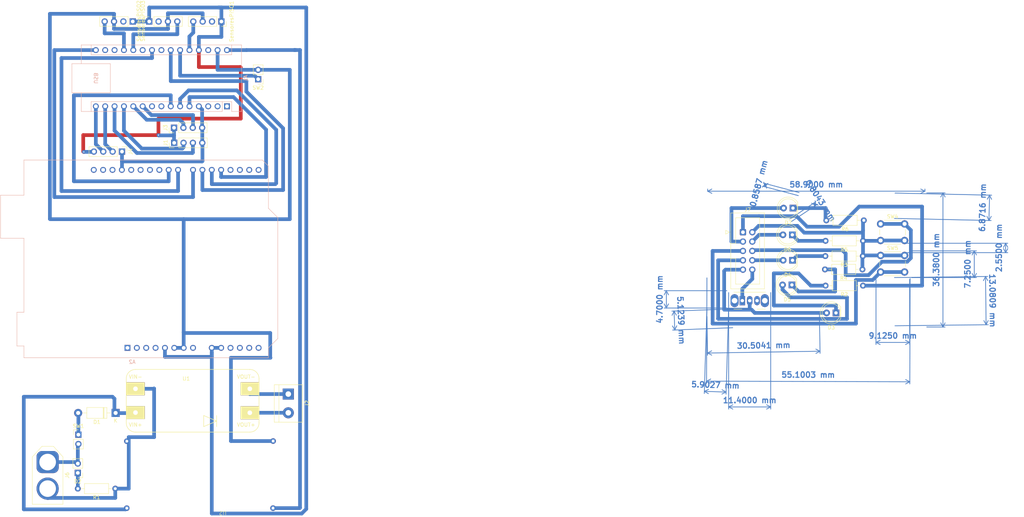
<source format=kicad_pcb>
(kicad_pcb (version 20240108) (generator "pcbnew") (generator_version "8.0")
  (layers (0 "F.Cu" signal) (31 "B.Cu" signal) (34 "B.Paste" user) (35 "F.Paste" user) (36 "B.SilkS" user "B.Silkscreen") (37 "F.SilkS" user "F.Silkscreen") (38 "B.Mask" user) (39 "F.Mask" user) (44 "Edge.Cuts" user))
  (net 0 "")
  (net 1 "AIN2 MONSTER SHIELD")
  (net 3 "ECHO 1")
  (net 4 "SENSOR DE PISO 1")
  (net 6 "ECHO 3")
  (net 10 "ECHO 2")
  (net 11 "GND")
  (net 12 "TRIG 2")
  (net 13 "VIN")
  (net 14 "AIN1 MONSTER SHIELD")
  (net 15 "SENSOR DE PISO 2")
  (net 16 "TRIG 3")
  (net 17 "BIN 2 MONSTER SHIELD")
  (net 18 "TRIG 1")
  (net 19 "BIN 1 MONSTER SHIELD")
  (net 20 "+5V")
  (net 21 "PWM A MONSTER SHIELD")
  (net 22 "PWM B MONSTER SHIELD")
  (net 23 "SENSOR DE PISO 3")
  (net 24 "Earth")
  (net 29 "Net-(D1-A)")
  (net 36 "Net-(D2-K)")
  (net 40 "Net-(D2-A)")
  (net 46 "BOTON ")
  (net 55 "STEP DOWN")
  (net 58 "Net-(J2-Pin_1)")
  (net 59 "Net-(J2-Pin_2)")
  (net 60 "Net-(D3-A)")
  (net 61 "Net-(D3-K)")
  (net 62 "Net-(D4-A)")
  (net 63 "Net-(D4-K)")
  (net 64 "Net-(D5-K)")
  (net 65 "Net-(D5-A)")
  (net 66 "Net-(D6-K)")
  (net 67 "Net-(D6-A)")
  (net 68 "Net-(D7-K)")
  (net 69 "Net-(D7-A)")
  (net 70 "Net-(J7-Pin_10)")
  (net 71 "Net-(J7-Pin_6)")
  (net 72 "Net-(J7-Pin_5)")
  (footprint "misc_footprints:MT3608_module" (layer "F.Cu") (at 59.55 120.83 180)
    (property "Reference" "U1")
    (property "Value" "~")
  )
  (footprint "Connector_PinSocket_2.54mm:PinSocket_1x04_P2.54mm_Vertical" (layer "F.Cu") (at 49.27 17.98 90)
    (property "Reference" "SensoresPISO2")
    (property "Value" "Conn_01x04")
  )
  (footprint "Connector_PinHeader_2.54mm:PinHeader_1x04_P2.54mm_Vertical" (layer "F.Cu") (at 56 46.8 90)
    (property "Reference" "J3")
    (property "Value" "Ultrasonico 2")
  )
  (footprint "LED_THT:LED_D5.0mm" (layer "F.Cu") (at 235.5 97 180)
    (property "Reference" "D3")
    (property "Value" "LED")
  )
  (footprint "Button_Switch_THT:SW_PUSH_6mm" (layer "F.Cu") (at 247.6 81.42)
    (property "Reference" "SW5")
    (property "Value" "SW_Push")
  )
  (footprint "Connector_PinHeader_2.54mm:PinHeader_1x02_P2.54mm_Vertical" (layer "F.Cu") (at 78.81 33.625 180)
    (property "Reference" "SW2")
    (property "Value" "SW_Push")
  )
  (footprint "Connector_PinSocket_2.54mm:PinSocket_1x04_P2.54mm_Vertical" (layer "F.Cu") (at 44.81 17.98 -90)
    (property "Reference" "SensoresPISO3")
    (property "Value" "Conn_01x04")
  )
  (footprint "Connector_PinSocket_2.54mm:PinSocket_1x04_P2.54mm_Vertical" (layer "F.Cu") (at 68.845 17.99 -90)
    (property "Reference" "SensoresPISO1")
    (property "Value" "Conn_01x04")
  )
  (footprint "Connector_PinHeader_2.54mm:PinHeader_1x04_P2.54mm_Vertical" (layer "F.Cu") (at 41.89 53.26 -90)
    (property "Reference" "J4")
    (property "Value" "Ultrasonico 3" (hide yes))
  )
  (footprint "Diode_THT:D_DO-41_SOD81_P10.16mm_Horizontal" (layer "F.Cu") (at 40.16 124.13 180)
    (property "Reference" "D1")
    (property "Value" "1N4007")
  )
  (footprint "Button_Switch_THT:SW_Slide_SPDT_Angled_CK_OS102011MA1Q" (layer "F.Cu") (at 210.1 93.68)
    (property "Reference" "SW3" (hide yes))
    (property "Value" "SW_SPST")
  )
  (footprint "Connector_IDC:IDC-Header_2x05_P2.54mm_Vertical" (layer "F.Cu") (at 210.27 75.12)
    (property "Reference" "J7")
    (property "Value" "Conn_02x05_Counter_Clockwise")
  )
  (footprint "Button_Switch_THT:SW_PUSH_6mm" (layer "F.Cu") (at 247.6 72.87)
    (property "Reference" "SW4")
    (property "Value" "SW_Push")
  )
  (footprint "Resistor_THT:R_Axial_DIN0207_L6.3mm_D2.5mm_P10.16mm_Horizontal" (layer "F.Cu") (at 242.83 77.46 180)
    (property "Reference" "R5")
    (property "Value" "220")
  )
  (footprint "LED_THT:LED_D5.0mm" (layer "F.Cu") (at 223.72 82.73 180)
    (property "Reference" "D4")
    (property "Value" "LED")
  )
  (footprint "Resistor_THT:R_Axial_DIN0207_L6.3mm_D2.5mm_P10.16mm_Horizontal" (layer "F.Cu") (at 242.67 85.21 180)
    (property "Reference" "R4")
    (property "Value" "220")
  )
  (footprint "Connector_PinHeader_2.54mm:PinHeader_1x02_P2.54mm_Vertical" (layer "F.Cu") (at 29.91 140.39 180)
    (property "Reference" "D2")
    (property "Value" "LED" (hide yes))
  )
  (footprint "Resistor_THT:R_Axial_DIN0207_L6.3mm_D2.5mm_P10.16mm_Horizontal" (layer "F.Cu") (at 242.77 81.6 180)
    (property "Reference" "R3")
    (property "Value" "220")
  )
  (footprint "Resistor_THT:R_Axial_DIN0207_L6.3mm_D2.5mm_P10.16mm_Horizontal" (layer "F.Cu") (at 40.07 144.65 180)
    (property "Reference" "R1")
    (property "Value" "R_US")
  )
  (footprint "Connector_AMASS:AMASS_XT60-M_1x02_P7.20mm_Vertical" (layer "F.Cu") (at 21.73 137.45 -90)
    (property "Reference" "J6")
    (property "Value" "Screw_Terminal_01x02")
  )
  (footprint "Connector_PinHeader_2.54mm:PinHeader_1x04_P2.54mm_Vertical" (layer "F.Cu") (at 56.04 50.89 90)
    (property "Reference" "J1")
    (property "Value" "Ultrasonico 1")
  )
  (footprint "LED_THT:LED_D5.0mm" (layer "F.Cu") (at 223.55 89.41 180)
    (property "Reference" "D5")
    (property "Value" "LED")
  )
  (footprint "Step Down:Step Down" (layer "F.Cu") (at 69.23 150.77 180)
    (property "Reference" "U2")
    (property "Value" "~")
  )
  (footprint "Connector_PinHeader_2.54mm:PinHeader_1x02_P2.54mm_Vertical" (layer "F.Cu") (at 30.07 130.02)
    (property "Reference" "SW1")
    (property "Value" "SW_SPST" (hide yes))
  )
  (footprint "TerminalBlock:TerminalBlock_bornier-2_P5.08mm" (layer "F.Cu") (at 86.99 119.01 -90)
    (property "Reference" "J2")
    (property "Value" "Screw_Terminal_01x02")
  )
  (footprint "Resistor_THT:R_Axial_DIN0207_L6.3mm_D2.5mm_P10.16mm_Horizontal" (layer "F.Cu") (at 242.83 89.61 180)
    (property "Reference" "R2")
    (property "Value" "660")
  )
  (footprint "Resistor_THT:R_Axial_DIN0207_L6.3mm_D2.5mm_P10.16mm_Horizontal" (layer "F.Cu") (at 243.04 71.91 180)
    (property "Reference" "R6")
    (property "Value" "220")
  )
  (footprint "LED_THT:LED_D5.0mm" (layer "F.Cu") (at 223.66 75.83 180)
    (property "Reference" "D6")
    (property "Value" "LED")
  )
  (footprint "LED_THT:LED_D5.0mm" (layer "F.Cu") (at 223.83 68.58 180)
    (property "Reference" "D7")
    (property "Value" "LED")
  )
  (footprint "Module:Arduino_UNO_R3" (layer "B.Cu") (at 43.375 106.48)
    (property "Reference" "A2")
    (property "Value" "MONSTER SHIELD")
  )
  (footprint "Module:Arduino_Nano" (layer "B.Cu") (at 70.355 40.98 90)
    (property "Reference" "A1")
    (property "Value" "Arduino_Nano_v3.x")
  )
  (dimension (type aligned) (layer "B.Cu") (pts (xy 200.5 97.5) (xy 231 97)) (height 10.386702) (gr_text "30,5041 mm" (at 215.890747 105.835549 0.9391909457) (layer "B.Cu") (effects (font (size 1.5 1.5) (thickness 0.3)))) (format (prefix "") (suffix "") (units 3) (units_format 1) (precision 4)) (style (thickness 0.2) (arrow_length 1.27) (text_position_mode 0) (extension_height 0.58642) (extension_offset 0.5) keep_text_aligned))
  (dimension (type aligned) (layer "B.Cu") (pts (xy 207.8 95.88) (xy 208 101)) (height 16.224822) (gr_text "5,1239 mm" (at 193.48617 99.00304 272.2369791) (layer "B.Cu") (effects (font (size 1.5 1.5) (thickness 0.3)))) (format (prefix "") (suffix "") (units 3) (units_format 1) (precision 4)) (style (thickness 0.2) (arrow_length 1.27) (text_position_mode 0) (extension_height 0.58642) (extension_offset 0.5) keep_text_aligned))
  (dimension (type aligned) (layer "B.Cu") (pts (xy 255.475 87.42) (xy 246.35 87.42)) (height -17.58) (gr_text "9,1250 mm" (at 250.9125 103.2 0) (layer "B.Cu") (effects (font (size 1.5 1.5) (thickness 0.3)))) (format (prefix "") (suffix "") (units 3) (units_format 1) (precision 4)) (style (thickness 0.2) (arrow_length 1.27) (text_position_mode 0) (extension_height 0.58642) (extension_offset 0.5) keep_text_aligned))
  (dimension (type aligned) (layer "B.Cu") (pts (xy 206.4 90.98) (xy 217.8 90.98)) (height 31.52) (gr_text "11,4000 mm" (at 212.1 120.7 0) (layer "B.Cu") (effects (font (size 1.5 1.5) (thickness 0.3)))) (format (prefix "") (suffix "") (units 3) (units_format 1) (precision 4)) (style (thickness 0.2) (arrow_length 1.27) (text_position_mode 0) (extension_height 0.58642) (extension_offset 0.5) keep_text_aligned))
  (dimension (type aligned) (layer "B.Cu") (pts (xy 255.6 87.42) (xy 255.6 80.17)) (height 17.4) (gr_text "7,2500 mm" (at 271.2 83.795 90) (layer "B.Cu") (effects (font (size 1.5 1.5) (thickness 0.3)))) (format (prefix "") (suffix "") (units 3) (units_format 1) (precision 4)) (style (thickness 0.2) (arrow_length 1.27) (text_position_mode 0) (extension_height 0.58642) (extension_offset 0.5) keep_text_aligned))
  (dimension (type aligned) (layer "B.Cu") (pts (xy 250.85 87.42) (xy 251 100.5)) (height -25.205778) (gr_text "13,0809 mm" (at 277.929003 93.650321 270.6570329) (layer "B.Cu") (effects (font (size 1.5 1.5) (thickness 0.3)))) (format (prefix "") (suffix "") (units 3) (units_format 1) (precision 4)) (style (thickness 0.2) (arrow_length 1.27) (text_position_mode 0) (extension_height 0.58642) (extension_offset 0.5) keep_text_aligned))
  (dimension (type aligned) (layer "B.Cu") (pts (xy 222.555 71.83) (xy 223 72.5)) (height -8.382976) (gr_text "0,8043 mm" (at 231.259975 66.531117 303.5912818) (layer "B.Cu") (effects (font (size 1.5 1.5) (thickness 0.3)))) (format (prefix "") (suffix "") (units 3) (units_format 1) (precision 4)) (style (thickness 0.2) (arrow_length 1.27) (text_position_mode 0) (extension_height 0.58642) (extension_offset 0.5) keep_text_aligned))
  (dimension (type aligned) (layer "B.Cu") (pts (xy 250.85 71.37) (xy 251 64.5)) (height 26.144144) (gr_text "6,8716 mm" (at 275.263343 68.466405 88.74919919) (layer "B.Cu") (effects (font (size 1.5 1.5) (thickness 0.3)))) (format (prefix "") (suffix "") (units 3) (units_format 1) (precision 4)) (style (thickness 0.2) (arrow_length 1.27) (text_position_mode 0) (extension_height 0.58642) (extension_offset 0.5) keep_text_aligned))
  (dimension (type aligned) (layer "B.Cu") (pts (xy 259.61 100.83) (xy 259.61 64.45)) (height 4.89) (gr_text "36,3800 mm" (at 262.7 82.64 90) (layer "B.Cu") (effects (font (size 1.5 1.5) (thickness 0.3)))) (format (prefix "") (suffix "") (units 3) (units_format 1) (precision 4)) (style (thickness 0.2) (arrow_length 1.27) (text_position_mode 0) (extension_height 0.58642) (extension_offset 0.5) keep_text_aligned))
  (dimension (type aligned) (layer "B.Cu") (pts (xy 255.6 87.17) (xy 200.5 87)) (height -28.508892) (gr_text "55,1003 mm" (at 227.967596 113.793765 -0.1767740764) (layer "B.Cu") (effects (font (size 1.5 1.5) (thickness 0.3)))) (format (prefix "") (suffix "") (units 3) (units_format 1) (precision 4)) (style (thickness 0.2) (arrow_length 1.27) (text_position_mode 0) (extension_height 0.58642) (extension_offset 0.5) keep_text_aligned))
  (dimension (type aligned) (layer "B.Cu") (pts (xy 206.4 95.68) (xy 200.5 95.5)) (height -22.790682) (gr_text "5,9027 mm" (at 202.809904 116.57092 -1.747464806) (layer "B.Cu") (effects (font (size 1.5 1.5) (thickness 0.3)))) (format (prefix "") (suffix "") (units 3) (units_format 1) (precision 4)) (style (thickness 0.2) (arrow_length 1.27) (text_position_mode 0) (extension_height 0.58642) (extension_offset 0.5) keep_text_aligned))
  (dimension (type aligned) (layer "B.Cu") (pts (xy 225.78 65.33) (xy 226 64.5)) (height -9.912289) (gr_text "0,8587 mm" (at 214.568662 61.914163 75.15454792) (layer "B.Cu") (effects (font (size 1.5 1.5) (thickness 0.3)))) (format (prefix "") (suffix "") (units 3) (units_format 1) (precision 4)) (style (thickness 0.2) (arrow_length 1.27) (text_position_mode 0) (extension_height 0.58642) (extension_offset 0.5) keep_text_aligned))
  (dimension (type aligned) (layer "B.Cu") (pts (xy 206.4 90.98) (xy 206.4 95.68)) (height 16.9) (gr_text "4,7000 mm" (at 187.7 93.33 90) (layer "B.Cu") (effects (font (size 1.5 1.5) (thickness 0.3)))) (format (prefix "") (suffix "") (units 3) (units_format 1) (precision 4)) (style (thickness 0.2) (arrow_length 1.27) (text_position_mode 0) (extension_height 0.58642) (extension_offset 0.5) keep_text_aligned))
  (dimension (type aligned) (layer "B.Cu") (pts (xy 253.85 80.67) (xy 253.85 78.12)) (height 27.65) (gr_text "2,5500 mm" (at 279.7 79.395 90) (layer "B.Cu") (effects (font (size 1.5 1.5) (thickness 0.3)))) (format (prefix "") (suffix "") (units 3) (units_format 1) (precision 4)) (style (thickness 0.2) (arrow_length 1.27) (text_position_mode 0) (extension_height 0.58642) (extension_offset 0.5) keep_text_aligned))
  (dimension (type aligned) (layer "B.Cu") (pts (xy 200.71 64.45) (xy 259.61 64.45)) (height -0.45) (gr_text "58,9000 mm" (at 230.16 62.2 0) (layer "B.Cu") (effects (font (size 1.5 1.5) (thickness 0.3)))) (format (prefix "") (suffix "") (units 3) (units_format 1) (precision 4)) (style (thickness 0.2) (arrow_length 1.27) (text_position_mode 0) (extension_height 0.58642) (extension_offset 0.5) keep_text_aligned))
  (segment (start 25.48 27.89) (end 50.035 27.89) (width 1) (layer "B.Cu") (net 1))
  (segment (start 57.095 58.22) (end 57.095 63.95) (width 1) (layer "B.Cu") (net 1))
  (segment (start 25.48 63.95) (end 25.48 27.89) (width 1) (layer "B.Cu") (net 1))
  (segment (start 57.095 63.95) (end 25.48 63.95) (width 1) (layer "B.Cu") (net 1))
  (segment (start 50.035 27.89) (end 50.035 25.74) (width 1) (layer "B.Cu") (net 1))
  (segment (start 61.12 53.51) (end 60.99 53.64) (width 1) (layer "B.Cu") (net 3))
  (segment (start 61.12 50.89) (end 61.12 53.51) (width 1) (layer "B.Cu") (net 3))
  (segment (start 60.99 53.64) (end 45.94 53.64) (width 1) (layer "B.Cu") (net 3))
  (segment (start 39.875 47.575) (end 39.875 40.98) (width 1) (layer "B.Cu") (net 3))
  (segment (start 45.94 53.64) (end 39.875 47.575) (width 1) (layer "B.Cu") (net 3))
  (segment (start 60.17 22.05) (end 60.17 25.715) (width 1) (layer "B.Cu") (net 4))
  (segment (start 61.225 20.995) (end 60.17 22.05) (width 1) (layer "B.Cu") (net 4))
  (segment (start 61.225 17.99) (end 61.225 20.995) (width 1) (layer "B.Cu") (net 4))
  (segment (start 60.17 25.715) (end 60.195 25.74) (width 1) (layer "B.Cu") (net 4))
  (segment (start 39.35 53.26) (end 37.335 51.245) (width 1) (layer "B.Cu") (net 6))
  (segment (start 37.335 51.245) (end 37.335 40.98) (width 1) (layer "B.Cu") (net 6))
  (segment (start 49.875 43.36) (end 47.495 40.98) (width 1) (layer "B.Cu") (net 10))
  (segment (start 61.15 46.73) (end 61.15 43.36) (width 1) (layer "B.Cu") (net 10))
  (segment (start 61.08 46.8) (end 61.15 46.73) (width 1) (layer "B.Cu") (net 10))
  (segment (start 61.15 43.36) (end 49.875 43.36) (width 1) (layer "B.Cu") (net 10))
  (segment (start 63.765 15.75) (end 63.765 17.99) (width 1) (layer "B.Cu") (net 11))
  (segment (start 22.34 15.9) (end 22.34 71.51) (width 1) (layer "B.Cu") (net 11))
  (segment (start 41.89 55.93) (end 63.6 55.93) (width 1) (layer "B.Cu") (net 11))
  (segment (start 242.23 75.25) (end 226.89 75.25) (width 1) (layer "B.Cu") (net 11))
  (segment (start 247.6 77.37) (end 254.1 77.37) (width 1) (layer "B.Cu") (net 11))
  (segment (start 54.35 19.98) (end 54.37 20) (width 1) (layer "B.Cu") (net 11))
  (segment (start 41.89 53.26) (end 41.89 55.93) (width 1) (layer "B.Cu") (net 11))
  (segment (start 242.67 81.7) (end 242.77 81.6) (width 1) (layer "B.Cu") (net 11))
  (segment (start 242.83 77.46) (end 247.51 77.46) (width 1) (layer "B.Cu") (net 11))
  (segment (start 63.71 55.82) (end 63.71 50.94) (width 1) (layer "B.Cu") (net 11))
  (segment (start 39.73 20) (end 39.73 17.98) (width 1) (layer "B.Cu") (net 11))
  (segment (start 41.89 58.185) (end 41.855 58.22) (width 1) (layer "B.Cu") (net 11))
  (segment (start 63.62 41.865) (end 62.735 40.98) (width 1) (layer "B.Cu") (net 11))
  (segment (start 242.67 85.21) (end 242.67 81.7) (width 1) (layer "B.Cu") (net 11))
  (segment (start 242.83 72.12) (end 242.83 74.65) (width 1) (layer "B.Cu") (net 11))
  (segment (start 39.73 17.98) (end 39.73 15.9) (width 1) (layer "B.Cu") (net 11))
  (segment (start 63.62 46.8) (end 63.62 41.865) (width 1) (layer "B.Cu") (net 11))
  (segment (start 242.83 74.65) (end 242.83 81.54) (width 1) (layer "B.Cu") (net 11))
  (segment (start 214.53 73.4) (end 212.81 75.12) (width 1) (layer "B.Cu") (net 11))
  (segment (start 78.81 31.085) (end 87.39 31.085) (width 1) (layer "B.Cu") (net 11))
  (segment (start 63.66 50.89) (end 63.66 46.84) (width 1) (layer "B.Cu") (net 11))
  (segment (start 71.435 131.75) (end 71.435 109.17) (width 1) (layer "B.Cu") (net 11))
  (segment (start 58.805 102.45) (end 58.615 102.26) (width 1) (layer "B.Cu") (net 11))
  (segment (start 82.09 102.45) (end 58.805 102.45) (width 1) (layer "B.Cu") (net 11))
  (segment (start 247.51 77.46) (end 247.6 77.37) (width 1) (layer "B.Cu") (net 11))
  (segment (start 242.83 81.54) (end 242.77 81.6) (width 1) (layer "B.Cu") (net 11))
  (segment (start 54.35 15.75) (end 63.765 15.75) (width 1) (layer "B.Cu") (net 11))
  (segment (start 63.6 55.93) (end 63.71 55.82) (width 1) (layer "B.Cu") (net 11))
  (segment (start 56.075 106.48) (end 58.615 106.48) (width 1) (layer "B.Cu") (net 11))
  (segment (start 54.35 17.98) (end 54.35 15.75) (width 1) (layer "B.Cu") (net 11))
  (segment (start 87.39 31.085) (end 87.39 71.59) (width 1) (layer "B.Cu") (net 11))
  (segment (start 58.615 71.59) (end 22.42 71.59) (width 1) (layer "B.Cu") (net 11))
  (segment (start 82.87 131.75) (end 71.435 131.75) (width 1) (layer "B.Cu") (net 11))
  (segment (start 247.6 81.42) (end 254.1 81.42) (width 1) (layer "B.Cu") (net 11))
  (segment (start 87.39 71.59) (end 58.615 71.59) (width 1) (layer "B.Cu") (net 11))
  (segment (start 225.04 73.4) (end 214.53 73.4) (width 1) (layer "B.Cu") (net 11))
  (segment (start 82.09 102.45) (end 82.09 109.135) (width 1) (layer "B.Cu") (net 11))
  (segment (start 71.435 109.17) (end 82.125 109.17) (width 1) (layer "B.Cu") (net 11))
  (segment (start 63.66 46.84) (end 63.62 46.8) (width 1) (layer "B.Cu") (net 11))
  (segment (start 22.34 71.51) (end 22.42 71.59) (width 1) (layer "B.Cu") (net 11))
  (segment (start 67.815 25.74) (end 67.815 31.085) (width 1) (layer "B.Cu") (net 11))
  (segment (start 82.09 109.135) (end 82.125 109.17) (width 1) (layer "B.Cu") (net 11))
  (segment (start 247.6 81.42) (end 242.92 81.42) (width 1) (layer "B.Cu") (net 11))
  (segment (start 39.73 15.9) (end 22.34 15.9) (width 1) (layer "B.Cu") (net 11))
  (segment (start 242.92 81.42) (end 242.83 81.51) (width 1) (layer "B.Cu") (net 11))
  (segment (start 63.71 50.94) (end 63.66 50.89) (width 1) (layer "B.Cu") (net 11))
  (segment (start 54.37 20) (end 39.73 20) (width 1) (layer "B.Cu") (net 11))
  (segment (start 243.04 71.91) (end 242.83 72.12) (width 1) (layer "B.Cu") (net 11))
  (segment (start 67.815 31.085) (end 78.81 31.085) (width 1) (layer "B.Cu") (net 11))
  (segment (start 41.89 55.93) (end 41.89 58.185) (width 1) (layer "B.Cu") (net 11))
  (segment (start 226.89 75.25) (end 225.04 73.4) (width 1) (layer "B.Cu") (net 11))
  (segment (start 58.615 71.59) (end 58.615 106.48) (width 1) (layer "B.Cu") (net 11))
  (segment (start 54.35 17.98) (end 54.35 19.98) (width 1) (layer "B.Cu") (net 11))
  (segment (start 48.605 44.63) (end 44.955 40.98) (width 1) (layer "B.Cu") (net 12))
  (segment (start 58.54 46.8) (end 58.54 45.597919) (width 1) (layer "B.Cu") (net 12))
  (segment (start 58.54 45.597919) (end 57.572081 44.63) (width 1) (layer "B.Cu") (net 12))
  (segment (start 57.572081 44.63) (end 48.605 44.63) (width 1) (layer "B.Cu") (net 12))
  (segment (start 90.16 149.825) (end 90.16 25.72) (width 1) (layer "B.Cu") (net 13))
  (segment (start 70.355 25.74) (end 75.657032 25.74) (width 1) (layer "B.Cu") (net 13))
  (segment (start 88.67 25.72) (end 89.03 25.72) (width 1) (layer "B.Cu") (net 13))
  (segment (start 90.045 149.94) (end 90.16 149.825) (width 1) (layer "B.Cu") (net 13))
  (segment (start 90.16 25.72) (end 88.67 25.72) (width 1) (layer "B.Cu") (net 13))
  (segment (start 82.85 149.94) (end 90.045 149.94) (width 1) (layer "B.Cu") (net 13))
  (segment (start 75.677032 25.72) (end 88.67 25.72) (width 1) (layer "B.Cu") (net 13))
  (segment (start 23.54 25.74) (end 23.54 65.59) (width 1) (layer "B.Cu") (net 14))
  (segment (start 23.54 65.59) (end 61.155 65.59) (width 1) (layer "B.Cu") (net 14))
  (segment (start 61.155 65.59) (end 61.155 58.22) (width 1) (layer "B.Cu") (net 14))
  (segment (start 34.795 25.74) (end 23.54 25.74) (width 1) (layer "B.Cu") (net 14))
  (segment (start 56.89 17.98) (end 56.9 17.99) (width 1) (layer "B.Cu") (net 15))
  (segment (start 44.955 21.44) (end 44.955 25.74) (width 1) (layer "B.Cu") (net 15))
  (segment (start 56.9 17.99) (end 56.9 21.44) (width 1) (layer "B.Cu") (net 15))
  (segment (start 56.9 21.44) (end 44.955 21.44) (width 1) (layer "B.Cu") (net 15))
  (segment (start 36.81 53.26) (end 34.795 51.245) (width 1) (layer "B.Cu") (net 16))
  (segment (start 34.795 51.245) (end 34.795 40.98) (width 1) (layer "B.Cu") (net 16))
  (segment (start 55.115 37.99) (end 55.115 40.98) (width 1) (layer "B.Cu") (net 17))
  (segment (start 28.84 61.31) (end 28.84 37.99) (width 1) (layer "B.Cu") (net 17))
  (segment (start 54.555 58.22) (end 54.555 61.31) (width 1) (layer "B.Cu") (net 17))
  (segment (start 28.84 37.99) (end 55.115 37.99) (width 1) (layer "B.Cu") (net 17))
  (segment (start 54.555 61.31) (end 28.84 61.31) (width 1) (layer "B.Cu") (net 17))
  (segment (start 42.415 47.595) (end 42.415 40.98) (width 1) (layer "B.Cu") (net 18))
  (segment (start 58.232081 52.44) (end 47.26 52.44) (width 1) (layer "B.Cu") (net 18))
  (segment (start 47.26 52.44) (end 42.415 47.595) (width 1) (layer "B.Cu") (net 18))
  (segment (start 58.58 52.092081) (end 58.232081 52.44) (width 1) (layer "B.Cu") (net 18))
  (segment (start 58.58 50.89) (end 58.58 52.092081) (width 1) (layer "B.Cu") (net 18))
  (segment (start 60.195 38.48) (end 60.195 40.98) (width 1) (layer "B.Cu") (net 19))
  (segment (start 80.96 47.3) (end 72.14 38.48) (width 1) (layer "B.Cu") (net 19))
  (segment (start 68.77 60.14) (end 80.96 60.14) (width 1) (layer "B.Cu") (net 19))
  (segment (start 68.775 60.135) (end 68.77 60.14) (width 1) (layer "B.Cu") (net 19))
  (segment (start 80.96 60.14) (end 80.96 47.3) (width 1) (layer "B.Cu") (net 19))
  (segment (start 72.14 38.48) (end 60.195 38.48) (width 1) (layer "B.Cu") (net 19))
  (segment (start 68.775 58.22) (end 68.775 60.135) (width 1) (layer "B.Cu") (net 19))
  (segment (start 62.735 30.33) (end 62.735 25.74) (width 1) (layer "F.Cu") (net 20))
  (segment (start 31.38 48.79) (end 31.38 53.26) (width 1) (layer "F.Cu") (net 20))
  (segment (start 31.38 53.26) (end 31.46 53.26) (width 1) (layer "F.Cu") (net 20))
  (segment (start 74.1 30.47) (end 73.96 30.33) (width 1) (layer "F.Cu") (net 20))
  (segment (start 31.54 53.34) (end 31.62 53.26) (width 1) (layer "F.Cu") (net 20))
  (segment (start 51.78 44.32) (end 74.1 44.32) (width 1) (layer "F.Cu") (net 20))
  (segment (start 73.96 30.33) (end 62.735 30.33) (width 1) (layer "F.Cu") (net 20))
  (segment (start 74.1 44.32) (end 74.1 30.47) (width 1) (layer "F.Cu") (net 20))
  (segment (start 51.78 48.79) (end 31.38 48.79) (width 1) (layer "F.Cu") (net 20))
  (segment (start 31.46 53.26) (end 31.54 53.34) (width 1) (layer "F.Cu") (net 20))
  (segment (start 51.78 48.79) (end 51.78 44.32) (width 1) (layer "F.Cu") (net 20))
  (via (at 31.54 53.34) (size 0.6) (drill 0.3) (layers "F.Cu" "B.Cu") (net 20))
  (via (at 51.78 48.79) (size 0.6) (drill 0.3) (layers "F.Cu" "B.Cu") (net 20))
  (segment (start 34.19 53.34) (end 34.27 53.26) (width 1) (layer "B.Cu") (net 20))
  (segment (start 51.78 48.79) (end 51.86 48.87) (width 1) (layer "B.Cu") (net 20))
  (segment (start 56 48.87) (end 56 50.85) (width 1) (layer "B.Cu") (net 20))
  (segment (start 90.628 151.402) (end 66.235 151.402) (width 1) (layer "B.Cu") (net 20))
  (segment (start 49.27 14.19) (end 49.27 17.98) (width 1) (layer "B.Cu") (net 20))
  (segment (start 66.235 108.92) (end 66.235 107.74) (width 1) (layer "B.Cu") (net 20))
  (segment (start 68.845 14.19) (end 68.16 14.19) (width 1) (layer "B.Cu") (net 20))
  (segment (start 31.54 53.34) (end 34.19 53.34) (width 1) (layer "B.Cu") (net 20))
  (segment (start 49.27 17.98) (end 44.81 17.98) (width 1) (layer "B.Cu") (net 20))
  (segment (start 53.535 106.48) (end 53.535 108.92) (width 1) (layer "B.Cu") (net 20))
  (segment (start 68.16 14.19) (end 49.27 14.19) (width 1) (layer "B.Cu") (net 20))
  (segment (start 51.86 48.87) (end 55.55 48.87) (width 1) (layer "B.Cu") (net 20))
  (segment (start 62.735 22.16) (end 68.845 22.16) (width 1) (layer "B.Cu") (net 20))
  (segment (start 66.235 106.48) (end 68.775 106.48) (width 1) (layer "B.Cu") (net 20))
  (segment (start 56 50.85) (end 56.04 50.89) (width 1) (layer "B.Cu") (net 20))
  (segment (start 68.845 17.99) (end 68.845 14.19) (width 1) (layer "B.Cu") (net 20))
  (segment (start 66.235 151.402) (end 66.235 107.74) (width 1) (layer "B.Cu") (net 20))
  (segment (start 68.16 14.19) (end 91.86 14.19) (width 1) (layer "B.Cu") (net 20))
  (segment (start 56 46.8) (end 56 48.87) (width 1) (layer "B.Cu") (net 20))
  (segment (start 62.735 25.74) (end 62.735 22.16) (width 1) (layer "B.Cu") (net 20))
  (segment (start 66.235 107.74) (end 66.235 106.48) (width 1) (layer "B.Cu") (net 20))
  (segment (start 53.535 108.92) (end 66.235 108.92) (width 1) (layer "B.Cu") (net 20))
  (segment (start 68.845 22.16) (end 68.845 17.99) (width 1) (layer "B.Cu") (net 20))
  (segment (start 91.86 150.17) (end 90.628 151.402) (width 1) (layer "B.Cu") (net 20))
  (segment (start 91.86 14.19) (end 91.86 150.17) (width 1) (layer "B.Cu") (net 20))
  (segment (start 73.03 36.67) (end 59.950001 36.67) (width 1) (layer "B.Cu") (net 21))
  (segment (start 83.71 47.35) (end 73.03 36.67) (width 1) (layer "B.Cu") (net 21))
  (segment (start 83.46 62.09) (end 83.71 61.84) (width 1) (layer "B.Cu") (net 21))
  (segment (start 83.71 61.84) (end 83.71 47.35) (width 1) (layer "B.Cu") (net 21))
  (segment (start 59.950001 36.67) (end 57.655 38.965001) (width 1) (layer "B.Cu") (net 21))
  (segment (start 66.25 62.09) (end 83.46 62.09) (width 1) (layer "B.Cu") (net 21))
  (segment (start 57.655 38.965001) (end 57.655 40.98) (width 1) (layer "B.Cu") (net 21))
  (segment (start 66.25 58.235) (end 66.25 62.09) (width 1) (layer "B.Cu") (net 21))
  (segment (start 66.235 58.22) (end 66.25 58.235) (width 1) (layer "B.Cu") (net 21))
  (segment (start 55.115 25.74) (end 55.115 34.14) (width 1) (layer "B.Cu") (net 22))
  (segment (start 55.115 34.14) (end 75.62 34.14) (width 1) (layer "B.Cu") (net 22))
  (segment (start 85.58 63.68) (end 63.695 63.68) (width 1) (layer "B.Cu") (net 22))
  (segment (start 75.62 36.98) (end 85.58 46.94) (width 1) (layer "B.Cu") (net 22))
  (segment (start 63.695 63.68) (end 63.695 58.22) (width 1) (layer "B.Cu") (net 22))
  (segment (start 75.62 34.14) (end 75.62 36.98) (width 1) (layer "B.Cu") (net 22))
  (segment (start 85.58 46.94) (end 85.58 63.68) (width 1) (layer "B.Cu") (net 22))
  (segment (start 37.19 21.2) (end 42.415 21.2) (width 1) (layer "B.Cu") (net 23))
  (segment (start 37.19 17.98) (end 37.19 21.2) (width 1) (layer "B.Cu") (net 23))
  (segment (start 42.415 21.2) (end 42.415 25.74) (width 1) (layer "B.Cu") (net 23))
  (segment (start 224.8 70.77) (end 227.66 73.63) (width 1) (layer "B.Cu") (net 24))
  (segment (start 210.27 70.77) (end 214.62 70.77) (width 1) (layer "B.Cu") (net 24))
  (segment (start 43.72 144.65) (end 43.72 130.69) (width 1) (layer "B.Cu") (net 24))
  (segment (start 210.27 75.12) (end 210.27 70.77) (width 1) (layer "B.Cu") (net 24))
  (segment (start 21.73 144.65) (end 21.73 147.17) (width 1) (layer "B.Cu") (net 24))
  (segment (start 214.62 70.77) (end 224.8 70.77) (width 1) (layer "B.Cu") (net 24))
  (segment (start 258.85 89.61) (end 242.83 89.61) (width 1) (layer "B.Cu") (net 24))
  (segment (start 50.53 117.58) (end 45.55 117.58) (width 1) (layer "B.Cu") (net 24))
  (segment (start 241.79 68.18) (end 258.85 68.18) (width 1) (layer "B.Cu") (net 24))
  (segment (start 21.73 147.17) (end 40.07 147.17) (width 1) (layer "B.Cu") (net 24))
  (segment (start 50.6 130.69) (end 50.6 117.51) (width 1) (layer "B.Cu") (net 24))
  (segment (start 40.07 144.65) (end 43.72 144.65) (width 1) (layer "B.Cu") (net 24))
  (segment (start 43.72 130.69) (end 50.6 130.69) (width 1) (layer "B.Cu") (net 24))
  (segment (start 258.85 68.18) (end 258.85 89.61) (width 1) (layer "B.Cu") (net 24))
  (segment (start 50.6 117.51) (end 50.53 117.58) (width 1) (layer "B.Cu") (net 24))
  (segment (start 236.34 73.63) (end 241.79 68.18) (width 1) (layer "B.Cu") (net 24))
  (segment (start 40.07 147.17) (end 40.07 144.65) (width 1) (layer "B.Cu") (net 24))
  (segment (start 227.66 73.63) (end 236.34 73.63) (width 1) (layer "B.Cu") (net 24))
  (segment (start 30.07 124.56) (end 29.68 124.17) (width 1) (layer "B.Cu") (net 29))
  (segment (start 30.07 130.02) (end 30.07 124.56) (width 1) (layer "B.Cu") (net 29))
  (segment (start 29.91 140.39) (end 29.91 144.65) (width 1) (layer "B.Cu") (net 36))
  (segment (start 29.51 137.45) (end 29.91 137.85) (width 1) (layer "B.Cu") (net 40))
  (segment (start 29.91 137.85) (end 29.91 132.72) (width 1) (layer "B.Cu") (net 40))
  (segment (start 29.91 132.72) (end 30.07 132.56) (width 1) (layer "B.Cu") (net 40))
  (segment (start 21.73 137.45) (end 29.51 137.45) (width 1) (layer "B.Cu") (net 40))
  (segment (start 77.875 32.69) (end 57.655 32.69) (width 1) (layer "B.Cu") (net 46))
  (segment (start 78.81 33.625) (end 77.875 32.69) (width 1) (layer "B.Cu") (net 46))
  (segment (start 57.655 32.69) (end 57.655 25.74) (width 1) (layer "B.Cu") (net 46))
  (segment (start 45.41 124.17) (end 45.55 124.03) (width 1) (layer "B.Cu") (net 55))
  (segment (start 39.84 120.27) (end 39.84 124.17) (width 1) (layer "B.Cu") (net 55))
  (segment (start 39.31 119.74) (end 39.84 120.27) (width 1) (layer "B.Cu") (net 55))
  (segment (start 15.26 119.74) (end 39.31 119.74) (width 1) (layer "B.Cu") (net 55))
  (segment (start 43.18 149.95) (end 42.86 150.27) (width 1) (layer "B.Cu") (net 55))
  (segment (start 15.26 150.27) (end 15.26 119.74) (width 1) (layer "B.Cu") (net 55))
  (segment (start 39.84 124.17) (end 45.41 124.17) (width 1) (layer "B.Cu") (net 55))
  (segment (start 42.86 150.27) (end 15.26 150.27) (width 1) (layer "B.Cu") (net 55))
  (segment (start 86.99 119.01) (end 76.55 119.01) (width 1) (layer "B.Cu") (net 58))
  (segment (start 76.55 119.01) (end 76.55 117.58) (width 1) (layer "B.Cu") (net 58))
  (segment (start 86.98 124.08) (end 86.99 124.09) (width 1) (layer "B.Cu") (net 59))
  (segment (start 86.43 124.18) (end 86.56 124.05) (width 1) (layer "B.Cu") (net 59))
  (segment (start 76.55 124.08) (end 86.98 124.08) (width 1) (layer "B.Cu") (net 59))
  (segment (start 212.1 93.68) (end 212.1 96.13) (width 1) (layer "B.Cu") (net 60))
  (segment (start 212.1 96.13) (end 205.23 96.13) (width 1) (layer "B.Cu") (net 60))
  (segment (start 205.54 85.28) (end 210.27 85.28) (width 1) (layer "B.Cu") (net 60))
  (segment (start 213.48 97) (end 212.61 96.13) (width 1) (layer "B.Cu") (net 60))
  (segment (start 205.18 96.08) (end 205.18 85.64) (width 1) (layer "B.Cu") (net 60))
  (segment (start 232.96 97) (end 213.48 97) (width 1) (layer "B.Cu") (net 60))
  (segment (start 205.23 96.13) (end 205.18 96.08) (width 1) (layer "B.Cu") (net 60))
  (segment (start 212.1 96.13) (end 212.61 96.13) (width 1) (layer "B.Cu") (net 60))
  (segment (start 205.18 85.64) (end 205.54 85.28) (width 1) (layer "B.Cu") (net 60))
  (segment (start 225.332032 86.272032) (end 218.64 86.272032) (width 1) (layer "B.Cu") (net 61))
  (segment (start 218.64 95) (end 235.5 95) (width 1) (layer "B.Cu") (net 61))
  (segment (start 228.67 89.61) (end 225.332032 86.272032) (width 1) (layer "B.Cu") (net 61))
  (segment (start 232.67 89.61) (end 228.67 89.61) (width 1) (layer "B.Cu") (net 61))
  (segment (start 235.5 95) (end 235.5 97) (width 1) (layer "B.Cu") (net 61))
  (segment (start 218.64 86.272032) (end 218.64 95) (width 1) (layer "B.Cu") (net 61))
  (segment (start 212.82 82.73) (end 212.81 82.74) (width 1) (layer "B.Cu") (net 62))
  (segment (start 221.18 82.73) (end 212.82 82.73) (width 1) (layer "B.Cu") (net 62))
  (segment (start 224.85 81.6) (end 223.72 82.73) (width 1) (layer "B.Cu") (net 63))
  (segment (start 232.61 81.6) (end 224.85 81.6) (width 1) (layer "B.Cu") (net 63))
  (segment (start 225.33 91.19) (end 223.55 89.41) (width 1) (layer "B.Cu") (net 64))
  (segment (start 235.27 85.21) (end 235.27 91.19) (width 1) (layer "B.Cu") (net 64))
  (segment (start 235.27 91.19) (end 225.33 91.19) (width 1) (layer "B.Cu") (net 64))
  (segment (start 232.51 85.21) (end 235.27 85.21) (width 1) (layer "B.Cu") (net 64))
  (segment (start 223.117208 92.79) (end 238.48 92.79) (width 1) (layer "B.Cu") (net 65))
  (segment (start 203.55 98.53) (end 203.55 82.74) (width 1) (layer "B.Cu") (net 65))
  (segment (start 238.48 98.62) (end 203.62 98.62) (width 1) (layer "B.Cu") (net 65))
  (segment (start 203.54 98.54) (end 203.55 98.53) (width 1) (layer "B.Cu") (net 65))
  (segment (start 221.01 90.682792) (end 223.117208 92.79) (width 1) (layer "B.Cu") (net 65))
  (segment (start 221.01 89.41) (end 221.01 90.682792) (width 1) (layer "B.Cu") (net 65))
  (segment (start 203.62 98.62) (end 203.54 98.54) (width 1) (layer "B.Cu") (net 65))
  (segment (start 203.55 82.74) (end 210.27 82.74) (width 1) (layer "B.Cu") (net 65))
  (segment (start 238.48 92.79) (end 238.48 98.62) (width 1) (layer "B.Cu") (net 65))
  (segment (start 225.29 77.46) (end 223.66 75.83) (width 1) (layer "B.Cu") (net 66))
  (segment (start 232.67 77.46) (end 225.29 77.46) (width 1) (layer "B.Cu") (net 66))
  (segment (start 214.64 75.83) (end 212.81 77.66) (width 1) (layer "B.Cu") (net 67))
  (segment (start 221.12 75.83) (end 214.64 75.83) (width 1) (layer "B.Cu") (net 67))
  (segment (start 232.7 68.58) (end 223.83 68.58) (width 1) (layer "B.Cu") (net 68))
  (segment (start 232.67 71.7) (end 232.67 68.61) (width 1) (layer "B.Cu") (net 68))
  (segment (start 232.67 68.61) (end 232.7 68.58) (width 1) (layer "B.Cu") (net 68))
  (segment (start 232.88 71.91) (end 232.67 71.7) (width 1) (layer "B.Cu") (net 68))
  (segment (start 207.16 68.58) (end 221.29 68.58) (width 1) (layer "B.Cu") (net 69))
  (segment (start 210.27 77.66) (end 207.16 77.66) (width 1) (layer "B.Cu") (net 69))
  (segment (start 207.16 77.66) (end 207.16 68.58) (width 1) (layer "B.Cu") (net 69))
  (segment (start 210.1 90.5) (end 212.81 87.79) (width 1) (layer "B.Cu") (net 70))
  (segment (start 212.81 87.79) (end 212.81 85.28) (width 1) (layer "B.Cu") (net 70))
  (segment (start 210.1 93.68) (end 210.1 90.5) (width 1) (layer "B.Cu") (net 70))
  (segment (start 213.02 79.99) (end 212.81 80.2) (width 1) (layer "B.Cu") (net 71))
  (segment (start 254.1 72.87) (end 247.6 72.87) (width 1) (layer "B.Cu") (net 71))
  (segment (start 238.13 86.72) (end 238.13 80.9) (width 1) (layer "B.Cu") (net 71))
  (segment (start 238.13 80.9) (end 237.22 79.99) (width 1) (layer "B.Cu") (net 71))
  (segment (start 237.22 79.99) (end 213.02 79.99) (width 1) (layer "B.Cu") (net 71))
  (segment (start 254.1 72.87) (end 255.8 74.57) (width 1) (layer "B.Cu") (net 71))
  (segment (start 255.8 82.124164) (end 254.804164 83.12) (width 1) (layer "B.Cu") (net 71))
  (segment (start 254.804164 83.12) (end 247.96 83.12) (width 1) (layer "B.Cu") (net 71))
  (segment (start 255.8 74.57) (end 255.8 82.124164) (width 1) (layer "B.Cu") (net 71))
  (segment (start 244.32 86.76) (end 238.17 86.76) (width 1) (layer "B.Cu") (net 71))
  (segment (start 238.17 86.76) (end 238.13 86.72) (width 1) (layer "B.Cu") (net 71))
  (segment (start 247.96 83.12) (end 244.32 86.76) (width 1) (layer "B.Cu") (net 71))
  (segment (start 202.05 99.91) (end 240.91 99.91) (width 1) (layer "B.Cu") (net 72))
  (segment (start 240.91 99.91) (end 240.91 88.07) (width 1) (layer "B.Cu") (net 72))
  (segment (start 210.27 80.2) (end 202.05 80.2) (width 1) (layer "B.Cu") (net 72))
  (segment (start 202.05 80.2) (end 202.05 99.91) (width 1) (layer "B.Cu") (net 72))
  (segment (start 240.91 88.07) (end 245.45 88.07) (width 1) (layer "B.Cu") (net 72))
  (segment (start 254.1 85.92) (end 247.6 85.92) (width 1) (layer "B.Cu") (net 72))
  (segment (start 245.45 88.07) (end 247.6 85.92) (width 1) (layer "B.Cu") (net 72))
)
</source>
